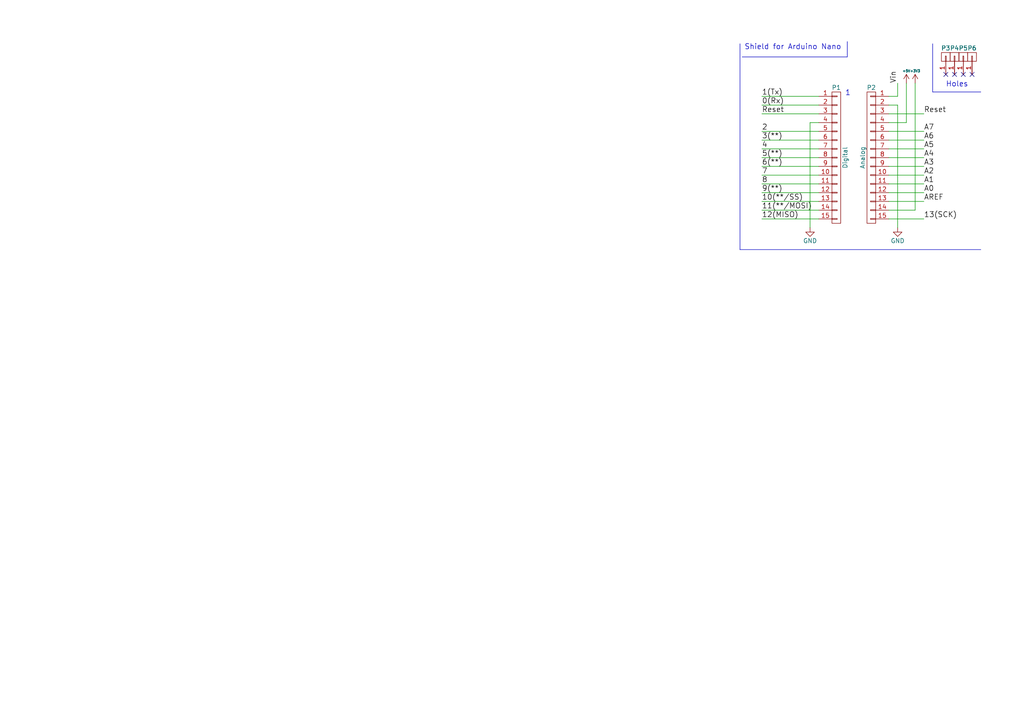
<source format=kicad_sch>
(kicad_sch (version 20230121) (generator eeschema)
  (paper "A4")
  (title_block (date "jeu. 02 avril 2015"))
  (lib_symbols
    (symbol "Arduino_Nano-rescue:+3.3V" (power) (pin_names (offset 0))
      (property "Value" "+3.3V" (at 0 3.556 0))
      (symbol "+3.3V_0_1"
        (polyline (pts (xy -0.762 1.27) (xy 0 2.54)))
        (polyline (pts (xy 0 0) (xy 0 2.54)))
        (polyline (pts (xy 0 2.54) (xy 0.762 1.27)))
      )
      (symbol "+3.3V_1_1"
        (pin power_in line (at 0 0 90) (length 0) hide (name "+3V3") (number "1"))
      )
    )
    (symbol "Arduino_Nano-rescue:+5V" (power) (pin_names (offset 0))
      (property "Value" "+5V" (at 0 3.556 0))
      (symbol "+5V_0_1"
        (polyline (pts (xy -0.762 1.27) (xy 0 2.54)))
        (polyline (pts (xy 0 0) (xy 0 2.54)))
        (polyline (pts (xy 0 2.54) (xy 0.762 1.27)))
      )
      (symbol "+5V_1_1"
        (pin power_in line (at 0 0 90) (length 0) hide (name "+5V") (number "1"))
      )
    )
    (symbol "Arduino_Nano-rescue:CONN_01X01" (pin_names (offset 1.016) hide)
      (property "Reference" "P" (at 0 2.54 0))
      (property "Value" "CONN_01X01" (at 2.54 0 90))
      (symbol "CONN_01X01_0_1"
        (rectangle (start -1.27 0.127) (end 0.254 -0.127))
        (rectangle (start -1.27 1.27) (end 1.27 -1.27))
      )
      (symbol "CONN_01X01_1_1"
        (pin passive line (at -5.08 0 0) (length 3.81) (name "P1") (number "1"))
      )
    )
    (symbol "Arduino_Nano-rescue:CONN_01X15" (pin_names (offset 1.016) hide)
      (property "Reference" "P" (at 0 20.32 0))
      (property "Value" "CONN_01X15" (at 2.54 0 90))
      (symbol "CONN_01X15_0_1"
        (rectangle (start -1.27 -17.653) (end 0.254 -17.907))
        (rectangle (start -1.27 -15.113) (end 0.254 -15.367))
        (rectangle (start -1.27 -12.573) (end 0.254 -12.827))
        (rectangle (start -1.27 -10.033) (end 0.254 -10.287))
        (rectangle (start -1.27 -7.493) (end 0.254 -7.747))
        (rectangle (start -1.27 -4.953) (end 0.254 -5.207))
        (rectangle (start -1.27 -2.413) (end 0.254 -2.667))
        (rectangle (start -1.27 0.127) (end 0.254 -0.127))
        (rectangle (start -1.27 2.667) (end 0.254 2.413))
        (rectangle (start -1.27 5.207) (end 0.254 4.953))
        (rectangle (start -1.27 7.747) (end 0.254 7.493))
        (rectangle (start -1.27 10.287) (end 0.254 10.033))
        (rectangle (start -1.27 12.827) (end 0.254 12.573))
        (rectangle (start -1.27 15.367) (end 0.254 15.113))
        (rectangle (start -1.27 17.907) (end 0.254 17.653))
        (rectangle (start -1.27 19.05) (end 1.27 -19.05))
      )
      (symbol "CONN_01X15_1_1"
        (pin passive line (at -5.08 17.78 0) (length 3.81) (name "P1") (number "1"))
        (pin passive line (at -5.08 -5.08 0) (length 3.81) (name "P10") (number "10"))
        (pin passive line (at -5.08 -7.62 0) (length 3.81) (name "P11") (number "11"))
        (pin passive line (at -5.08 -10.16 0) (length 3.81) (name "P12") (number "12"))
        (pin passive line (at -5.08 -12.7 0) (length 3.81) (name "P13") (number "13"))
        (pin passive line (at -5.08 -15.24 0) (length 3.81) (name "P14") (number "14"))
        (pin passive line (at -5.08 -17.78 0) (length 3.81) (name "P15") (number "15"))
        (pin passive line (at -5.08 15.24 0) (length 3.81) (name "P2") (number "2"))
        (pin passive line (at -5.08 12.7 0) (length 3.81) (name "P3") (number "3"))
        (pin passive line (at -5.08 10.16 0) (length 3.81) (name "P4") (number "4"))
        (pin passive line (at -5.08 7.62 0) (length 3.81) (name "P5") (number "5"))
        (pin passive line (at -5.08 5.08 0) (length 3.81) (name "P6") (number "6"))
        (pin passive line (at -5.08 2.54 0) (length 3.81) (name "P7") (number "7"))
        (pin passive line (at -5.08 0 0) (length 3.81) (name "P8") (number "8"))
        (pin passive line (at -5.08 -2.54 0) (length 3.81) (name "P9") (number "9"))
      )
    )
    (symbol "Arduino_Nano-rescue:GND" (power) (pin_names (offset 0))
      (property "Value" "GND" (at 0 -3.81 0))
      (symbol "GND_0_1"
        (polyline (pts (xy 0 0) (xy 0 -1.27) (xy 1.27 -1.27) (xy 0 -2.54) (xy -1.27 -1.27) (xy 0 -1.27)))
      )
      (symbol "GND_1_1"
        (pin power_in line (at 0 0 270) (length 0) hide (name "GND") (number "1"))
      )
    )
  )
  (no_connect (at 281.94 21.59))
  (no_connect (at 274.32 21.59))
  (no_connect (at 279.4 21.59))
  (no_connect (at 276.86 21.59))
  (wire (pts (xy 237.49 45.72) (xy 220.98 45.72)))
  (wire (pts (xy 267.97 55.88) (xy 257.81 55.88)))
  (wire (pts (xy 220.98 63.5) (xy 237.49 63.5)))
  (wire (pts (xy 260.35 27.94) (xy 260.35 24.13)))
  (wire (pts (xy 267.97 50.8) (xy 257.81 50.8)))
  (wire (pts (xy 257.81 45.72) (xy 267.97 45.72)))
  (wire (pts (xy 257.81 38.1) (xy 267.97 38.1)))
  (wire (pts (xy 237.49 60.96) (xy 220.98 60.96)))
  (wire (pts (xy 220.98 38.1) (xy 237.49 38.1)))
  (wire (pts (xy 220.98 43.18) (xy 237.49 43.18)))
  (wire (pts (xy 237.49 35.56) (xy 234.95 35.56)))
  (wire (pts (xy 267.97 40.64) (xy 257.81 40.64)))
  (polyline (pts (xy 284.48 26.67) (xy 270.51 26.67)))
  (wire (pts (xy 237.49 33.02) (xy 220.98 33.02)))
  (wire (pts (xy 257.81 63.5) (xy 267.97 63.5)))
  (wire (pts (xy 234.95 35.56) (xy 234.95 66.04)))
  (wire (pts (xy 267.97 48.26) (xy 257.81 48.26)))
  (wire (pts (xy 267.97 33.02) (xy 257.81 33.02)))
  (wire (pts (xy 265.43 60.96) (xy 257.81 60.96)))
  (polyline (pts (xy 214.63 72.39) (xy 214.63 12.7)))
  (wire (pts (xy 267.97 43.18) (xy 257.81 43.18)))
  (wire (pts (xy 220.98 58.42) (xy 237.49 58.42)))
  (wire (pts (xy 267.97 58.42) (xy 257.81 58.42)))
  (wire (pts (xy 237.49 55.88) (xy 220.98 55.88)))
  (polyline (pts (xy 270.51 26.67) (xy 270.51 12.7)))
  (polyline (pts (xy 245.745 16.51) (xy 245.745 12.065)))
  (wire (pts (xy 257.81 27.94) (xy 260.35 27.94)))
  (polyline (pts (xy 215.265 16.51) (xy 245.745 16.51)))
  (wire (pts (xy 265.43 24.13) (xy 265.43 60.96)))
  (wire (pts (xy 220.98 48.26) (xy 237.49 48.26)))
  (wire (pts (xy 237.49 50.8) (xy 220.98 50.8)))
  (wire (pts (xy 260.35 66.04) (xy 260.35 30.48)))
  (wire (pts (xy 262.89 35.56) (xy 257.81 35.56)))
  (polyline (pts (xy 284.48 72.39) (xy 214.63 72.39)))
  (wire (pts (xy 262.89 24.13) (xy 262.89 35.56)))
  (wire (pts (xy 220.98 30.48) (xy 237.49 30.48)))
  (wire (pts (xy 220.98 53.34) (xy 237.49 53.34)))
  (wire (pts (xy 260.35 30.48) (xy 257.81 30.48)))
  (wire (pts (xy 237.49 40.64) (xy 220.98 40.64)))
  (wire (pts (xy 237.49 27.94) (xy 220.98 27.94)))
  (wire (pts (xy 257.81 53.34) (xy 267.97 53.34)))
  (text "1" (at 245.11 27.94 0) (effects (font (size 1.524 1.524)) (justify left bottom)))
  (text "Holes" (at 274.32 25.4 0) (effects (font (size 1.524 1.524)) (justify left bottom)))
  (text "Shield for Arduino Nano" (at 215.9 14.605 0) (effects (font (size 1.524 1.524)) (justify left bottom)))
  (label "6(**)" (at 220.98 48.26 0) (effects (font (size 1.524 1.524))))
  (label "A3" (at 267.97 48.26 0) (effects (font (size 1.524 1.524))))
  (label "13(SCK)" (at 267.97 63.5 0) (effects (font (size 1.524 1.524))))
  (label "A6" (at 267.97 40.64 0) (effects (font (size 1.524 1.524))))
  (label "9(**)" (at 220.98 55.88 0) (effects (font (size 1.524 1.524))))
  (label "10(**/SS)" (at 220.98 58.42 0) (effects (font (size 1.524 1.524))))
  (label "AREF" (at 267.97 58.42 0) (effects (font (size 1.524 1.524))))
  (label "0(Rx)" (at 220.98 30.48 0) (effects (font (size 1.524 1.524))))
  (label "2" (at 220.98 38.1 0) (effects (font (size 1.524 1.524))))
  (label "8" (at 220.98 53.34 0) (effects (font (size 1.524 1.524))))
  (label "7" (at 220.98 50.8 0) (effects (font (size 1.524 1.524))))
  (label "A5" (at 267.97 43.18 0) (effects (font (size 1.524 1.524))))
  (label "1(Tx)" (at 220.98 27.94 0) (effects (font (size 1.524 1.524))))
  (label "Vin" (at 260.35 24.13 90) (effects (font (size 1.524 1.524))))
  (label "A2" (at 267.97 50.8 0) (effects (font (size 1.524 1.524))))
  (label "5(**)" (at 220.98 45.72 0) (effects (font (size 1.524 1.524))))
  (label "3(**)" (at 220.98 40.64 0) (effects (font (size 1.524 1.524))))
  (label "Reset" (at 267.97 33.02 0) (effects (font (size 1.524 1.524))))
  (label "12(MISO)" (at 220.98 63.5 0) (effects (font (size 1.524 1.524))))
  (label "A7" (at 267.97 38.1 0) (effects (font (size 1.524 1.524))))
  (label "A1" (at 267.97 53.34 0) (effects (font (size 1.524 1.524))))
  (label "4" (at 220.98 43.18 0) (effects (font (size 1.524 1.524))))
  (label "11(**/MOSI)" (at 220.98 60.96 0) (effects (font (size 1.524 1.524))))
  (label "Reset" (at 220.98 33.02 0) (effects (font (size 1.524 1.524))))
  (label "A0" (at 267.97 55.88 0) (effects (font (size 1.524 1.524))))
  (label "A4" (at 267.97 45.72 0) (effects (font (size 1.524 1.524))))
  (symbol (lib_id "Arduino_Nano-rescue:CONN_01X01") (at 274.32 16.51 90) (unit 1)
    (property "Reference" "P3" (at 274.32 13.97 90))
    (property "Value" "CONN_01X01" (effects hide))
    (property "Footprint" "Socket_Arduino_Nano:1pin_Nano" (effects hide))
  )
  (symbol (lib_id "Arduino_Nano-rescue:CONN_01X01") (at 276.86 16.51 90) (unit 1)
    (property "Reference" "P4" (at 276.86 13.97 90))
    (property "Value" "CONN_01X01" (effects hide))
    (property "Footprint" "Socket_Arduino_Nano:1pin_Nano" (effects hide))
  )
  (symbol (lib_id "Arduino_Nano-rescue:CONN_01X01") (at 279.4 16.51 90) (unit 1)
    (property "Reference" "P5" (at 279.4 13.97 90))
    (property "Value" "CONN_01X01" (effects hide))
    (property "Footprint" "Socket_Arduino_Nano:1pin_Nano" (effects hide))
  )
  (symbol (lib_id "Arduino_Nano-rescue:CONN_01X01") (at 281.94 16.51 90) (unit 1)
    (property "Reference" "P6" (at 281.94 13.97 90))
    (property "Value" "CONN_01X01" (effects hide))
    (property "Footprint" "Socket_Arduino_Nano:1pin_Nano" (effects hide))
  )
  (symbol (lib_id "Arduino_Nano-rescue:CONN_01X15") (at 242.57 45.72 0) (unit 1)
    (property "Reference" "P1" (at 242.57 25.4 0))
    (property "Value" "Digital" (at 245.11 45.72 90))
    (property "Footprint" "Socket_Arduino_Nano:Socket_Strip_Arduino_1x15" (effects hide))
  )
  (symbol (lib_id "Arduino_Nano-rescue:CONN_01X15") (at 252.73 45.72 0) (mirror y) (unit 1)
    (property "Reference" "P2" (at 252.73 25.4 0))
    (property "Value" "Analog" (at 250.19 45.72 90))
    (property "Footprint" "Socket_Arduino_Nano:Socket_Strip_Arduino_1x15" (effects hide))
  )
  (symbol (lib_id "Arduino_Nano-rescue:GND") (at 234.95 66.04 0) (unit 1)
    (property "Reference" "#PWR01" (effects hide))
    (property "Value" "GND" (at 234.95 69.85 0))
  )
  (symbol (lib_id "Arduino_Nano-rescue:GND") (at 260.35 66.04 0) (unit 1)
    (property "Reference" "#PWR02" (effects hide))
    (property "Value" "GND" (at 260.35 69.85 0))
  )
  (symbol (lib_id "Arduino_Nano-rescue:+5V") (at 262.89 24.13 0) (unit 1)
    (property "Reference" "#PWR03" (effects hide))
    (property "Value" "+5V" (at 262.89 20.574 0) (effects (font (size 0.7112 0.7112))))
  )
  (symbol (lib_id "Arduino_Nano-rescue:+3.3V") (at 265.43 24.13 0) (unit 1)
    (property "Reference" "#PWR04" (effects hide))
    (property "Value" "+3.3V" (at 265.43 20.574 0) (effects (font (size 0.7112 0.7112))))
  )
)
</source>
